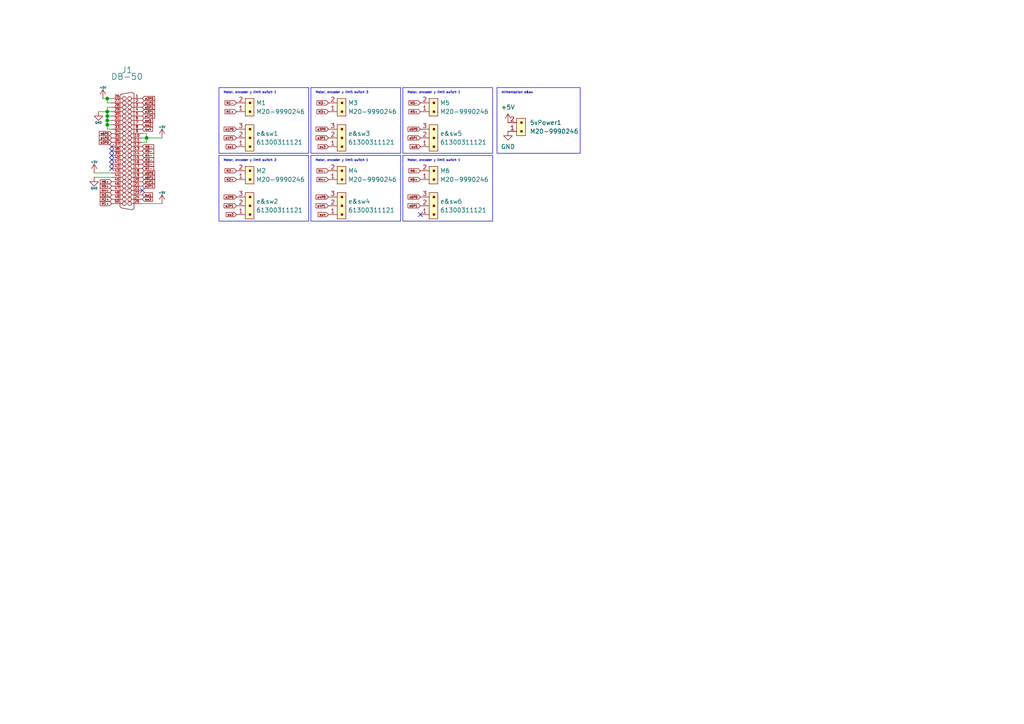
<source format=kicad_sch>
(kicad_sch (version 20230121) (generator eeschema)
  (paper "A4")
  (lib_symbols
    (symbol "dk_Rectangular-Connectors-Headers-Male-Pins:61300311121" (pin_names (offset 1.016))
      (property "Reference" "J" (at -5.08 2.54 0))
      (property "Value" "61300311121" (at 2.54 -2.54 0))
      (symbol "61300311121_1_1"
        (rectangle (start -1.27 1.27) (end 6.35 -1.27) (fill (type background)))
        (rectangle (start -0.254 0.127) (end 0.254 -0.381) (fill (type outline)))
        (rectangle (start 2.286 0.127) (end 2.794 -0.381) (fill (type outline)))
        (rectangle (start 4.826 0.127) (end 5.334 -0.381) (fill (type outline)))
        (pin passive line (at 0 3.81 270) (length 2.54) (name "~") (number "1"))
        (pin passive line (at 2.54 3.81 270) (length 2.54) (name "~") (number "2"))
        (pin passive line (at 5.08 3.81 270) (length 2.54) (name "~") (number "3"))
      )
    )
    (symbol "dk_Rectangular-Connectors-Headers-Male-Pins:M20-9990246" (pin_names (offset 1.016))
      (property "Reference" "J" (at -2.54 1.27 0))
      (property "Value" "M20-9990246" (at 1.27 -3.81 0))
      (symbol "M20-9990246_1_1"
        (rectangle (start -1.27 0) (end 3.81 -2.54) (fill (type background)))
        (rectangle (start -0.254 -1.143) (end 0.254 -1.651) (fill (type outline)))
        (rectangle (start 2.286 -1.143) (end 2.794 -1.651) (fill (type outline)))
        (pin passive line (at 0 2.54 270) (length 2.54) (name "~") (number "1"))
        (pin passive line (at 2.54 2.54 270) (length 2.54) (name "~") (number "2"))
      )
    )
    (symbol "power:+5V" (power) (pin_names (offset 0))
      (property "Value" "+5V" (at 0 3.556 0))
      (symbol "+5V_0_1"
        (polyline (pts (xy -0.762 1.27) (xy 0 2.54)))
        (polyline (pts (xy 0 0) (xy 0 2.54)))
        (polyline (pts (xy 0 2.54) (xy 0.762 1.27)))
      )
      (symbol "+5V_1_1"
        (pin power_in line (at 0 0 90) (length 0) hide (name "+5V") (number "1"))
      )
    )
    (symbol "power:GND" (power) (pin_names (offset 0))
      (property "Value" "GND" (at 0 -3.81 0))
      (symbol "GND_0_1"
        (polyline (pts (xy 0 0) (xy 0 -1.27) (xy 1.27 -1.27) (xy 0 -2.54) (xy -1.27 -1.27) (xy 0 -1.27)))
      )
      (symbol "GND_1_1"
        (pin power_in line (at 0 0 270) (length 0) hide (name "GND") (number "1"))
      )
    )
    (symbol "w_connectors:DB-50" (pin_names (offset 1.016) hide)
      (property "Reference" "J" (at 0 17.78 0))
      (property "Value" "DB-50" (at 0 -18.415 0))
      (symbol "DB-50_0_1"
        (arc (start -2.032 -16.002) (mid -1.838 -16.316) (end -1.524 -16.51))
        (arc (start -1.524 16.51) (mid -1.838 16.316) (end -2.032 16.002))
        (circle (center -0.762 -15.24) (radius 0.5588))
        (circle (center -0.762 -13.97) (radius 0.5588))
        (circle (center -0.762 -12.7) (radius 0.5588))
        (circle (center -0.762 -11.43) (radius 0.5588))
        (circle (center -0.762 -10.16) (radius 0.5588))
        (circle (center -0.762 -8.89) (radius 0.5588))
        (circle (center -0.762 -7.62) (radius 0.5588))
        (circle (center -0.762 -6.35) (radius 0.5588))
        (circle (center -0.762 -5.08) (radius 0.5588))
        (circle (center -0.762 -3.81) (radius 0.5588))
        (circle (center -0.762 -2.54) (radius 0.5588))
        (circle (center -0.762 -1.27) (radius 0.5588))
        (circle (center -0.762 0) (radius 0.5588))
        (circle (center -0.762 1.27) (radius 0.5588))
        (circle (center -0.762 2.54) (radius 0.5588))
        (circle (center -0.762 3.81) (radius 0.5588))
        (circle (center -0.762 5.08) (radius 0.5588))
        (circle (center -0.762 6.35) (radius 0.5588))
        (circle (center -0.762 7.62) (radius 0.5588))
        (circle (center -0.762 8.89) (radius 0.5588))
        (circle (center -0.762 10.16) (radius 0.5588))
        (circle (center -0.762 11.43) (radius 0.5588))
        (circle (center -0.762 12.7) (radius 0.5588))
        (circle (center -0.762 13.97) (radius 0.5588))
        (circle (center -0.762 15.24) (radius 0.5588))
        (polyline (pts (xy -2.032 16.002) (xy -2.032 -15.9766)))
        (polyline (pts (xy 2.032 -16.51) (xy 2.032 16.4846)))
        (polyline (pts (xy -1.524 -16.51) (xy 1.27 -17.018) (xy 1.27 -17.018)))
        (polyline (pts (xy -1.524 16.51) (xy 1.27 17.018) (xy 1.27 17.018)))
        (circle (center 0.762 -15.24) (radius 0.5588))
        (circle (center 0.762 -13.97) (radius 0.5588))
        (circle (center 0.762 -12.7) (radius 0.5588))
        (circle (center 0.762 -11.43) (radius 0.5588))
        (circle (center 0.762 -10.16) (radius 0.5588))
        (circle (center 0.762 -8.89) (radius 0.5588))
        (circle (center 0.762 -7.62) (radius 0.5588))
        (circle (center 0.762 -6.35) (radius 0.5588))
        (circle (center 0.762 -5.08) (radius 0.5588))
        (circle (center 0.762 -3.81) (radius 0.5588))
        (circle (center 0.762 -2.54) (radius 0.5588))
        (circle (center 0.762 -1.27) (radius 0.5588))
        (circle (center 0.762 0) (radius 0.5588))
        (circle (center 0.762 1.27) (radius 0.5588))
        (circle (center 0.762 2.54) (radius 0.5588))
        (circle (center 0.762 3.81) (radius 0.5588))
        (circle (center 0.762 5.08) (radius 0.5588))
        (circle (center 0.762 6.35) (radius 0.5588))
        (circle (center 0.762 7.62) (radius 0.5588))
        (circle (center 0.762 8.89) (radius 0.5588))
        (circle (center 0.762 10.16) (radius 0.5588))
        (circle (center 0.762 11.43) (radius 0.5588))
        (circle (center 0.762 12.7) (radius 0.5588))
        (circle (center 0.762 13.97) (radius 0.5588))
        (circle (center 0.762 15.24) (radius 0.5588))
        (arc (start 1.27 -17.018) (mid 1.7324 -16.8861) (end 2.032 -16.51))
        (arc (start 2.032 16.51) (mid 1.7324 16.8861) (end 1.27 17.018))
      )
      (symbol "DB-50_1_1"
        (pin passive line (at 4.445 15.24 180) (length 3.0988) (name "~") (number "1"))
        (pin passive line (at 4.445 3.81 180) (length 3.0988) (name "~") (number "10"))
        (pin passive line (at 4.445 2.54 180) (length 3.0988) (name "~") (number "11"))
        (pin passive line (at 4.445 1.27 180) (length 3.0988) (name "~") (number "12"))
        (pin passive line (at 4.445 0 180) (length 3.0988) (name "~") (number "13"))
        (pin passive line (at 4.445 -1.27 180) (length 3.0988) (name "~") (number "14"))
        (pin passive line (at 4.445 -2.54 180) (length 3.0988) (name "~") (number "15"))
        (pin passive line (at 4.445 -3.81 180) (length 3.0988) (name "~") (number "16"))
        (pin passive line (at 4.445 -5.08 180) (length 3.0988) (name "~") (number "17"))
        (pin passive line (at 4.445 -6.35 180) (length 3.0988) (name "~") (number "18"))
        (pin passive line (at 4.445 -7.62 180) (length 3.0988) (name "~") (number "19"))
        (pin passive line (at 4.445 13.97 180) (length 3.0988) (name "~") (number "2"))
        (pin passive line (at 4.445 -8.89 180) (length 3.0988) (name "~") (number "20"))
        (pin passive line (at 4.445 -10.16 180) (length 3.0988) (name "~") (number "21"))
        (pin passive line (at 4.445 -11.43 180) (length 3.0988) (name "~") (number "22"))
        (pin passive line (at 4.445 -12.7 180) (length 3.0988) (name "~") (number "23"))
        (pin passive line (at 4.445 -13.97 180) (length 3.0988) (name "~") (number "24"))
        (pin passive line (at 4.445 -15.24 180) (length 3.0988) (name "~") (number "25"))
        (pin passive line (at -4.445 15.24 0) (length 3.0988) (name "~") (number "26"))
        (pin passive line (at -4.445 13.97 0) (length 3.0988) (name "~") (number "27"))
        (pin passive line (at -4.445 12.7 0) (length 3.0988) (name "~") (number "28"))
        (pin passive line (at -4.445 11.43 0) (length 3.0988) (name "~") (number "29"))
        (pin passive line (at 4.445 12.7 180) (length 3.0988) (name "~") (number "3"))
        (pin passive line (at -4.445 10.16 0) (length 3.0988) (name "~") (number "30"))
        (pin passive line (at -4.445 8.89 0) (length 3.0988) (name "~") (number "31"))
        (pin passive line (at -4.445 7.62 0) (length 3.0988) (name "~") (number "32"))
        (pin passive line (at -4.445 6.35 0) (length 3.0988) (name "~") (number "33"))
        (pin passive line (at -4.445 5.08 0) (length 3.0988) (name "~") (number "34"))
        (pin passive line (at -4.445 3.81 0) (length 3.0988) (name "~") (number "35"))
        (pin passive line (at -4.445 2.54 0) (length 3.0988) (name "~") (number "36"))
        (pin passive line (at -4.445 1.27 0) (length 3.0988) (name "~") (number "37"))
        (pin passive line (at -4.445 0 0) (length 3.0988) (name "~") (number "38"))
        (pin passive line (at -4.445 -1.27 0) (length 3.0988) (name "~") (number "39"))
        (pin passive line (at 4.445 11.43 180) (length 3.0988) (name "~") (number "4"))
        (pin passive line (at -4.445 -2.54 0) (length 3.0988) (name "~") (number "40"))
        (pin passive line (at -4.445 -3.81 0) (length 3.0988) (name "~") (number "41"))
        (pin passive line (at -4.445 -5.08 0) (length 3.0988) (name "~") (number "42"))
        (pin passive line (at -4.445 -6.35 0) (length 3.0988) (name "~") (number "43"))
        (pin passive line (at -4.445 -7.62 0) (length 3.0988) (name "~") (number "44"))
        (pin passive line (at -4.445 -8.89 0) (length 3.0988) (name "~") (number "45"))
        (pin passive line (at -4.445 -10.16 0) (length 3.0988) (name "~") (number "46"))
        (pin passive line (at -4.445 -11.43 0) (length 3.0988) (name "~") (number "47"))
        (pin passive line (at -4.445 -12.7 0) (length 3.0988) (name "~") (number "48"))
        (pin passive line (at -4.445 -13.97 0) (length 3.0988) (name "~") (number "49"))
        (pin passive line (at 4.445 10.16 180) (length 3.0988) (name "~") (number "5"))
        (pin passive line (at -4.445 -15.24 0) (length 3.0988) (name "~") (number "50"))
        (pin passive line (at 4.445 8.89 180) (length 3.0988) (name "~") (number "6"))
        (pin passive line (at 4.445 7.62 180) (length 3.0988) (name "~") (number "7"))
        (pin passive line (at 4.445 6.35 180) (length 3.0988) (name "~") (number "8"))
        (pin passive line (at 4.445 5.08 180) (length 3.0988) (name "~") (number "9"))
      )
    )
  )
  (junction (at 31.115 33.655))
  (junction (at 31.115 34.925))
  (junction (at 31.115 36.195))
  (junction (at 42.545 40.005))
  (junction (at 31.115 28.575))
  (junction (at 31.115 32.385))
  (no_connect (at 32.385 45.085))
  (no_connect (at 121.92 62.23))
  (no_connect (at 32.385 46.355))
  (no_connect (at 32.385 43.815))
  (no_connect (at 32.385 42.545))
  (no_connect (at 32.385 47.625))
  (no_connect (at 41.275 55.245))
  (no_connect (at 32.385 48.895))
  (wire (pts (xy 31.115 32.385) (xy 31.115 33.655)))
  (wire (pts (xy 31.115 33.655) (xy 31.115 34.925)))
  (wire (pts (xy 31.115 32.385) (xy 28.575 32.385)))
  (wire (pts (xy 42.545 41.275) (xy 41.275 41.275)))
  (wire (pts (xy 31.115 34.925) (xy 32.385 34.925)))
  (wire (pts (xy 27.305 51.435) (xy 32.385 51.435)))
  (wire (pts (xy 31.115 32.385) (xy 32.385 32.385)))
  (wire (pts (xy 41.275 38.735) (xy 42.545 38.735)))
  (wire (pts (xy 31.115 33.655) (xy 32.385 33.655)))
  (wire (pts (xy 32.385 31.115) (xy 31.115 31.115)))
  (wire (pts (xy 31.115 36.195) (xy 32.385 36.195)))
  (wire (pts (xy 31.115 28.575) (xy 32.385 28.575)))
  (wire (pts (xy 31.115 29.845) (xy 31.115 28.575)))
  (wire (pts (xy 32.385 37.465) (xy 31.115 37.465)))
  (wire (pts (xy 41.275 59.055) (xy 46.99 59.055)))
  (wire (pts (xy 29.845 28.575) (xy 31.115 28.575)))
  (wire (pts (xy 31.115 37.465) (xy 31.115 36.195)))
  (wire (pts (xy 42.545 38.735) (xy 42.545 40.005)))
  (wire (pts (xy 31.115 34.925) (xy 31.115 36.195)))
  (wire (pts (xy 41.275 40.005) (xy 42.545 40.005)))
  (wire (pts (xy 32.385 29.845) (xy 31.115 29.845)))
  (wire (pts (xy 42.545 40.005) (xy 42.545 41.275)))
  (wire (pts (xy 27.305 50.165) (xy 32.385 50.165)))
  (wire (pts (xy 42.545 40.005) (xy 46.99 40.005)))
  (wire (pts (xy 31.115 31.115) (xy 31.115 32.385)))
  (rectangle (start 63.5 45.085) (end 89.535 64.135))
  (rectangle (start 116.84 25.4) (end 142.875 44.45))
  (rectangle (start 90.17 45.085) (end 116.205 64.135))
  (rectangle (start 90.17 25.4) (end 116.205 44.45))
  (rectangle (start 144.145 25.4) (end 168.275 44.45))
  (rectangle (start 116.84 45.085) (end 142.875 64.135))
  (rectangle (start 63.5 25.4) (end 89.535 44.45))
  (text "Alimentacion e&sw" (at 145.415 27.305 0) (effects (font (size 0.635 0.635) bold) (justify left bottom)))
  (text "Motor, encoder y limit switch 1" (at 118.11 46.99 0) (effects (font (size 0.635 0.635) (thickness 0.127) bold) (justify left bottom)))
  (text "Motor, encoder y limit switch 3\n" (at 91.44 27.305 0) (effects (font (size 0.635 0.635) (thickness 0.127) bold) (justify left bottom)))
  (text "Motor, encoder y limit switch 1" (at 118.11 27.305 0) (effects (font (size 0.635 0.635) (thickness 0.127) bold) (justify left bottom)))
  (text "Motor, encoder y limit switch 1" (at 91.44 46.99 0) (effects (font (size 0.635 0.635) (thickness 0.127) bold) (justify left bottom)))
  (text "Motor, encoder y limit switch 2\n" (at 64.77 46.99 0) (effects (font (size 0.635 0.635) (thickness 0.127) bold) (justify left bottom)))
  (text "Motor, encoder y limit switch 1" (at 64.77 27.305 0) (effects (font (size 0.635 0.635) (thickness 0.127) bold) (justify left bottom)))
  (global_label "M5-" (shape input) (at 121.92 29.845 180) (effects (font (size 0.635 0.635))) (property "Intersheetrefs" "${INTERSHEET_REFS}" (effects hide)))
  (global_label "M6+" (shape input) (at 121.92 52.07 180) (effects (font (size 0.635 0.635))) (property "Intersheetrefs" "${INTERSHEET_REFS}" (effects hide)))
  (global_label "e3P1" (shape input) (at 41.275 32.385 0) (effects (font (size 0.635 0.635))) (property "Intersheetrefs" "${INTERSHEET_REFS}" (effects hide)))
  (global_label "e5P0" (shape input) (at 41.275 50.165 0) (effects (font (size 0.635 0.635))) (property "Intersheetrefs" "${INTERSHEET_REFS}" (effects hide)))
  (global_label "M1-" (shape input) (at 68.58 29.845 180) (effects (font (size 0.635 0.635))) (property "Intersheetrefs" "${INTERSHEET_REFS}" (effects hide)))
  (global_label "e3P0" (shape input) (at 95.25 37.465 180) (effects (font (size 0.635 0.635))) (property "Intersheetrefs" "${INTERSHEET_REFS}" (effects hide)))
  (global_label "e1P1" (shape input) (at 41.275 33.655 0) (effects (font (size 0.635 0.635))) (property "Intersheetrefs" "${INTERSHEET_REFS}" (effects hide)))
  (global_label "e3P1" (shape input) (at 95.25 40.005 180) (effects (font (size 0.635 0.635))) (property "Intersheetrefs" "${INTERSHEET_REFS}" (effects hide)))
  (global_label "M3+" (shape input) (at 95.25 32.385 180) (effects (font (size 0.635 0.635))) (property "Intersheetrefs" "${INTERSHEET_REFS}" (effects hide)))
  (global_label "M5+" (shape input) (at 32.385 53.975 180) (effects (font (size 0.635 0.635))) (property "Intersheetrefs" "${INTERSHEET_REFS}" (effects hide)))
  (global_label "M4+" (shape input) (at 95.25 52.07 180) (effects (font (size 0.635 0.635))) (property "Intersheetrefs" "${INTERSHEET_REFS}" (effects hide)))
  (global_label "M5+" (shape input) (at 121.92 32.385 180) (effects (font (size 0.635 0.635))) (property "Intersheetrefs" "${INTERSHEET_REFS}" (effects hide)))
  (global_label "M6-" (shape input) (at 121.92 49.53 180) (effects (font (size 0.635 0.635))) (property "Intersheetrefs" "${INTERSHEET_REFS}" (effects hide)))
  (global_label "M2+" (shape input) (at 32.385 57.785 180) (effects (font (size 0.635 0.635))) (property "Intersheetrefs" "${INTERSHEET_REFS}" (effects hide)))
  (global_label "M6-" (shape input) (at 41.275 42.545 0) (effects (font (size 0.635 0.635))) (property "Intersheetrefs" "${INTERSHEET_REFS}" (effects hide)))
  (global_label "sw2" (shape input) (at 68.58 62.23 180) (effects (font (size 0.635 0.635))) (property "Intersheetrefs" "${INTERSHEET_REFS}" (effects hide)))
  (global_label "e2P0" (shape input) (at 68.58 57.15 180) (effects (font (size 0.635 0.635))) (property "Intersheetrefs" "${INTERSHEET_REFS}" (effects hide)))
  (global_label "M3-" (shape input) (at 95.25 29.845 180) (effects (font (size 0.635 0.635))) (property "Intersheetrefs" "${INTERSHEET_REFS}" (effects hide)))
  (global_label "e5P1" (shape input) (at 121.92 40.005 180) (effects (font (size 0.635 0.635))) (property "Intersheetrefs" "${INTERSHEET_REFS}" (effects hide)))
  (global_label "M4-" (shape input) (at 41.275 45.085 0) (effects (font (size 0.635 0.635))) (property "Intersheetrefs" "${INTERSHEET_REFS}" (effects hide)))
  (global_label "e2P1" (shape input) (at 68.58 59.69 180) (effects (font (size 0.635 0.635))) (property "Intersheetrefs" "${INTERSHEET_REFS}" (effects hide)))
  (global_label "M1+" (shape input) (at 68.58 32.385 180) (effects (font (size 0.635 0.635))) (property "Intersheetrefs" "${INTERSHEET_REFS}" (effects hide)))
  (global_label "e2P0" (shape input) (at 41.275 28.575 0) (effects (font (size 0.635 0.635))) (property "Intersheetrefs" "${INTERSHEET_REFS}" (effects hide)))
  (global_label "sw5" (shape input) (at 41.275 34.925 0) (effects (font (size 0.635 0.635))) (property "Intersheetrefs" "${INTERSHEET_REFS}" (effects hide)))
  (global_label "sw1" (shape input) (at 68.58 42.545 180) (effects (font (size 0.635 0.635))) (property "Intersheetrefs" "${INTERSHEET_REFS}" (effects hide)))
  (global_label "sw4" (shape input) (at 95.25 62.23 180) (effects (font (size 0.635 0.635))) (property "Intersheetrefs" "${INTERSHEET_REFS}" (effects hide)))
  (global_label "M6+" (shape input) (at 32.385 52.705 180) (effects (font (size 0.635 0.635))) (property "Intersheetrefs" "${INTERSHEET_REFS}" (effects hide)))
  (global_label "e6P1" (shape input) (at 121.92 59.69 180) (effects (font (size 0.635 0.635))) (property "Intersheetrefs" "${INTERSHEET_REFS}" (effects hide)))
  (global_label "sw3" (shape input) (at 95.25 42.545 180) (effects (font (size 0.635 0.635))) (property "Intersheetrefs" "${INTERSHEET_REFS}" (effects hide)))
  (global_label "sw2" (shape input) (at 41.275 36.195 0) (effects (font (size 0.635 0.635))) (property "Intersheetrefs" "${INTERSHEET_REFS}" (effects hide)))
  (global_label "M2-" (shape input) (at 68.58 49.53 180) (effects (font (size 0.635 0.635))) (property "Intersheetrefs" "${INTERSHEET_REFS}" (effects hide)))
  (global_label "e1P0" (shape input) (at 41.275 29.845 0) (effects (font (size 0.635 0.635))) (property "Intersheetrefs" "${INTERSHEET_REFS}" (effects hide)))
  (global_label "e3P0" (shape input) (at 32.385 41.275 180) (effects (font (size 0.635 0.635))) (property "Intersheetrefs" "${INTERSHEET_REFS}" (effects hide)))
  (global_label "sw3" (shape input) (at 41.275 57.785 0) (effects (font (size 0.635 0.635))) (property "Intersheetrefs" "${INTERSHEET_REFS}" (effects hide)))
  (global_label "M4-" (shape input) (at 95.25 49.53 180) (effects (font (size 0.635 0.635))) (property "Intersheetrefs" "${INTERSHEET_REFS}" (effects hide)))
  (global_label "M1-" (shape input) (at 41.275 48.895 0) (effects (font (size 0.635 0.635))) (property "Intersheetrefs" "${INTERSHEET_REFS}" (effects hide)))
  (global_label "e6P0" (shape input) (at 32.385 38.735 180) (effects (font (size 0.635 0.635))) (property "Intersheetrefs" "${INTERSHEET_REFS}" (effects hide)))
  (global_label "e5P1" (shape input) (at 41.275 31.115 0) (effects (font (size 0.635 0.635))) (property "Intersheetrefs" "${INTERSHEET_REFS}" (effects hide)))
  (global_label "e1P0" (shape input) (at 68.58 37.465 180) (effects (font (size 0.635 0.635))) (property "Intersheetrefs" "${INTERSHEET_REFS}" (effects hide)))
  (global_label "e4P1" (shape input) (at 41.275 52.705 0) (effects (font (size 0.635 0.635))) (property "Intersheetrefs" "${INTERSHEET_REFS}" (effects hide)))
  (global_label "M3-" (shape input) (at 41.275 46.355 0) (effects (font (size 0.635 0.635))) (property "Intersheetrefs" "${INTERSHEET_REFS}" (effects hide)))
  (global_label "sw4" (shape input) (at 41.275 37.465 0) (effects (font (size 0.635 0.635))) (property "Intersheetrefs" "${INTERSHEET_REFS}" (effects hide)))
  (global_label "M5-" (shape input) (at 41.275 43.815 0) (effects (font (size 0.635 0.635))) (property "Intersheetrefs" "${INTERSHEET_REFS}" (effects hide)))
  (global_label "M2-" (shape input) (at 41.275 47.625 0) (effects (font (size 0.635 0.635))) (property "Intersheetrefs" "${INTERSHEET_REFS}" (effects hide)))
  (global_label "e5P0" (shape input) (at 121.92 37.465 180) (effects (font (size 0.635 0.635))) (property "Intersheetrefs" "${INTERSHEET_REFS}" (effects hide)))
  (global_label "sw5" (shape input) (at 121.92 42.545 180) (effects (font (size 0.635 0.635))) (property "Intersheetrefs" "${INTERSHEET_REFS}" (effects hide)))
  (global_label "e4P0" (shape input) (at 32.385 40.005 180) (effects (font (size 0.635 0.635))) (property "Intersheetrefs" "${INTERSHEET_REFS}" (effects hide)))
  (global_label "M4+" (shape input) (at 32.385 55.245 180) (effects (font (size 0.635 0.635))) (property "Intersheetrefs" "${INTERSHEET_REFS}" (effects hide)))
  (global_label "sw1" (shape input) (at 41.275 56.515 0) (effects (font (size 0.635 0.635))) (property "Intersheetrefs" "${INTERSHEET_REFS}" (effects hide)))
  (global_label "e1P1" (shape input) (at 68.58 40.005 180) (effects (font (size 0.635 0.635))) (property "Intersheetrefs" "${INTERSHEET_REFS}" (effects hide)))
  (global_label "e2P1" (shape input) (at 41.275 53.975 0) (effects (font (size 0.635 0.635))) (property "Intersheetrefs" "${INTERSHEET_REFS}" (effects hide)))
  (global_label "e6P0" (shape input) (at 121.92 57.15 180) (effects (font (size 0.635 0.635))) (property "Intersheetrefs" "${INTERSHEET_REFS}" (effects hide)))
  (global_label "M1+" (shape input) (at 32.385 59.055 180) (effects (font (size 0.635 0.635))) (property "Intersheetrefs" "${INTERSHEET_REFS}" (effects hide)))
  (global_label "M3+" (shape input) (at 32.385 56.515 180) (effects (font (size 0.635 0.635))) (property "Intersheetrefs" "${INTERSHEET_REFS}" (effects hide)))
  (global_label "M2+" (shape input) (at 68.58 52.07 180) (effects (font (size 0.635 0.635))) (property "Intersheetrefs" "${INTERSHEET_REFS}" (effects hide)))
  (global_label "e4P1" (shape input) (at 95.25 59.69 180) (effects (font (size 0.635 0.635))) (property "Intersheetrefs" "${INTERSHEET_REFS}" (effects hide)))
  (global_label "e6P1" (shape input) (at 41.275 51.435 0) (effects (font (size 0.635 0.635))) (property "Intersheetrefs" "${INTERSHEET_REFS}" (effects hide)))
  (global_label "e4P0" (shape input) (at 95.25 57.15 180) (effects (font (size 0.635 0.635))) (property "Intersheetrefs" "${INTERSHEET_REFS}" (effects hide)))
  (symbol (lib_id "dk_Rectangular-Connectors-Headers-Male-Pins:61300311121") (at 72.39 42.545 90) (unit 1)
    (property "Reference" "e&sw1" (at 74.295 38.735 90) (effects (justify right)))
    (property "Value" "61300311121" (at 74.295 41.275 90) (effects (justify right)))
    (property "Footprint" "Connector_PinSocket_2.54mm:PinSocket_1x03_P2.54mm_Vertical" (effects hide))
    (property "Datasheet" "https://katalog.we-online.de/em/datasheet/6130xx11121.pdf" (effects hide))
    (property "Digi-Key_PN" "732-5316-ND" (effects hide))
    (property "MPN" "61300311121" (effects hide))
    (property "Category" "Connectors, Interconnects" (effects hide))
    (property "Family" "Rectangular Connectors - Headers, Male Pins" (effects hide))
    (property "DK_Datasheet_Link" "https://katalog.we-online.de/em/datasheet/6130xx11121.pdf" (effects hide))
    (property "DK_Detail_Page" "/product-detail/en/wurth-electronics-inc/61300311121/732-5316-ND/4846825" (effects hide))
    (property "Description" "CONN HEADER VERT 3POS 2.54MM" (effects hide))
    (property "Manufacturer" "Wurth Electronics Inc." (effects hide))
    (property "Status" "Active" (effects hide))
  )
  (symbol (lib_id "power:+5V") (at 29.845 28.575 0) (unit 1)
    (property "Reference" "#PWR03" (effects hide))
    (property "Value" "+5V" (at 29.845 25.4 0) (effects (font (size 0.635 0.635))))
  )
  (symbol (lib_id "power:GND") (at 28.575 32.385 0) (unit 1)
    (property "Reference" "#PWR02" (effects hide))
    (property "Value" "GND" (at 28.575 35.56 0) (effects (font (size 0.635 0.635))))
  )
  (symbol (lib_id "dk_Rectangular-Connectors-Headers-Male-Pins:M20-9990246") (at 71.12 52.07 90) (unit 1)
    (property "Reference" "M2" (at 74.295 49.53 90) (effects (justify right)))
    (property "Value" "M20-9990246" (at 74.295 52.07 90) (effects (justify right)))
    (property "Footprint" "Connector_PinSocket_2.54mm:PinSocket_1x02_P2.54mm_Vertical" (effects hide))
    (property "Datasheet" "https://cdn.harwin.com/pdfs/M20-999.pdf" (effects hide))
    (property "Digi-Key_PN" "952-2262-ND" (effects hide))
    (property "MPN" "M20-9990246" (effects hide))
    (property "Category" "Connectors, Interconnects" (effects hide))
    (property "Family" "Rectangular Connectors - Headers, Male Pins" (effects hide))
    (property "DK_Datasheet_Link" "https://cdn.harwin.com/pdfs/M20-999.pdf" (effects hide))
    (property "DK_Detail_Page" "/product-detail/en/harwin-inc/M20-9990246/952-2262-ND/3728226" (effects hide))
    (property "Description" "CONN HEADER VERT 2POS 2.54MM" (effects hide))
    (property "Manufacturer" "Harwin Inc." (effects hide))
    (property "Status" "Active" (effects hide))
  )
  (symbol (lib_id "dk_Rectangular-Connectors-Headers-Male-Pins:M20-9990246") (at 124.46 32.385 90) (unit 1)
    (property "Reference" "M5" (at 127.635 29.845 90) (effects (justify right)))
    (property "Value" "M20-9990246" (at 127.635 32.385 90) (effects (justify right)))
    (property "Footprint" "Connector_PinSocket_2.54mm:PinSocket_1x02_P2.54mm_Vertical" (effects hide))
    (property "Datasheet" "https://cdn.harwin.com/pdfs/M20-999.pdf" (effects hide))
    (property "Digi-Key_PN" "952-2262-ND" (effects hide))
    (property "MPN" "M20-9990246" (effects hide))
    (property "Category" "Connectors, Interconnects" (effects hide))
    (property "Family" "Rectangular Connectors - Headers, Male Pins" (effects hide))
    (property "DK_Datasheet_Link" "https://cdn.harwin.com/pdfs/M20-999.pdf" (effects hide))
    (property "DK_Detail_Page" "/product-detail/en/harwin-inc/M20-9990246/952-2262-ND/3728226" (effects hide))
    (property "Description" "CONN HEADER VERT 2POS 2.54MM" (effects hide))
    (property "Manufacturer" "Harwin Inc." (effects hide))
    (property "Status" "Active" (effects hide))
  )
  (symbol (lib_id "power:+5V") (at 27.305 50.165 0) (unit 1)
    (property "Reference" "#PWR07" (effects hide))
    (property "Value" "+5V" (at 27.305 46.99 0) (effects (font (size 0.635 0.635))))
  )
  (symbol (lib_id "dk_Rectangular-Connectors-Headers-Male-Pins:61300311121") (at 125.73 42.545 90) (unit 1)
    (property "Reference" "e&sw5" (at 127.635 38.735 90) (effects (justify right)))
    (property "Value" "61300311121" (at 127.635 41.275 90) (effects (justify right)))
    (property "Footprint" "Connector_PinSocket_2.54mm:PinSocket_1x03_P2.54mm_Vertical" (effects hide))
    (property "Datasheet" "https://katalog.we-online.de/em/datasheet/6130xx11121.pdf" (effects hide))
    (property "Digi-Key_PN" "732-5316-ND" (effects hide))
    (property "MPN" "61300311121" (effects hide))
    (property "Category" "Connectors, Interconnects" (effects hide))
    (property "Family" "Rectangular Connectors - Headers, Male Pins" (effects hide))
    (property "DK_Datasheet_Link" "https://katalog.we-online.de/em/datasheet/6130xx11121.pdf" (effects hide))
    (property "DK_Detail_Page" "/product-detail/en/wurth-electronics-inc/61300311121/732-5316-ND/4846825" (effects hide))
    (property "Description" "CONN HEADER VERT 3POS 2.54MM" (effects hide))
    (property "Manufacturer" "Wurth Electronics Inc." (effects hide))
    (property "Status" "Active" (effects hide))
  )
  (symbol (lib_id "power:+5V") (at 46.99 40.005 0) (unit 1)
    (property "Reference" "#PWR01" (effects hide))
    (property "Value" "+5V" (at 46.99 36.83 0) (effects (font (size 0.635 0.635))))
  )
  (symbol (lib_id "dk_Rectangular-Connectors-Headers-Male-Pins:61300311121") (at 99.06 42.545 90) (unit 1)
    (property "Reference" "e&sw3" (at 100.965 38.735 90) (effects (justify right)))
    (property "Value" "61300311121" (at 100.965 41.275 90) (effects (justify right)))
    (property "Footprint" "Connector_PinSocket_2.54mm:PinSocket_1x03_P2.54mm_Vertical" (effects hide))
    (property "Datasheet" "https://katalog.we-online.de/em/datasheet/6130xx11121.pdf" (effects hide))
    (property "Digi-Key_PN" "732-5316-ND" (effects hide))
    (property "MPN" "61300311121" (effects hide))
    (property "Category" "Connectors, Interconnects" (effects hide))
    (property "Family" "Rectangular Connectors - Headers, Male Pins" (effects hide))
    (property "DK_Datasheet_Link" "https://katalog.we-online.de/em/datasheet/6130xx11121.pdf" (effects hide))
    (property "DK_Detail_Page" "/product-detail/en/wurth-electronics-inc/61300311121/732-5316-ND/4846825" (effects hide))
    (property "Description" "CONN HEADER VERT 3POS 2.54MM" (effects hide))
    (property "Manufacturer" "Wurth Electronics Inc." (effects hide))
    (property "Status" "Active" (effects hide))
  )
  (symbol (lib_id "dk_Rectangular-Connectors-Headers-Male-Pins:M20-9990246") (at 124.46 52.07 90) (unit 1)
    (property "Reference" "M6" (at 127.635 49.53 90) (effects (justify right)))
    (property "Value" "M20-9990246" (at 127.635 52.07 90) (effects (justify right)))
    (property "Footprint" "Connector_PinSocket_2.54mm:PinSocket_1x02_P2.54mm_Vertical" (effects hide))
    (property "Datasheet" "https://cdn.harwin.com/pdfs/M20-999.pdf" (effects hide))
    (property "Digi-Key_PN" "952-2262-ND" (effects hide))
    (property "MPN" "M20-9990246" (effects hide))
    (property "Category" "Connectors, Interconnects" (effects hide))
    (property "Family" "Rectangular Connectors - Headers, Male Pins" (effects hide))
    (property "DK_Datasheet_Link" "https://cdn.harwin.com/pdfs/M20-999.pdf" (effects hide))
    (property "DK_Detail_Page" "/product-detail/en/harwin-inc/M20-9990246/952-2262-ND/3728226" (effects hide))
    (property "Description" "CONN HEADER VERT 2POS 2.54MM" (effects hide))
    (property "Manufacturer" "Harwin Inc." (effects hide))
    (property "Status" "Active" (effects hide))
  )
  (symbol (lib_id "dk_Rectangular-Connectors-Headers-Male-Pins:61300311121") (at 72.39 62.23 90) (unit 1)
    (property "Reference" "e&sw2" (at 74.295 58.42 90) (effects (justify right)))
    (property "Value" "61300311121" (at 74.295 60.96 90) (effects (justify right)))
    (property "Footprint" "Connector_PinSocket_2.54mm:PinSocket_1x03_P2.54mm_Vertical" (effects hide))
    (property "Datasheet" "https://katalog.we-online.de/em/datasheet/6130xx11121.pdf" (effects hide))
    (property "Digi-Key_PN" "732-5316-ND" (effects hide))
    (property "MPN" "61300311121" (effects hide))
    (property "Category" "Connectors, Interconnects" (effects hide))
    (property "Family" "Rectangular Connectors - Headers, Male Pins" (effects hide))
    (property "DK_Datasheet_Link" "https://katalog.we-online.de/em/datasheet/6130xx11121.pdf" (effects hide))
    (property "DK_Detail_Page" "/product-detail/en/wurth-electronics-inc/61300311121/732-5316-ND/4846825" (effects hide))
    (property "Description" "CONN HEADER VERT 3POS 2.54MM" (effects hide))
    (property "Manufacturer" "Wurth Electronics Inc." (effects hide))
    (property "Status" "Active" (effects hide))
  )
  (symbol (lib_id "dk_Rectangular-Connectors-Headers-Male-Pins:M20-9990246") (at 97.79 52.07 90) (unit 1)
    (property "Reference" "M4" (at 100.965 49.53 90) (effects (justify right)))
    (property "Value" "M20-9990246" (at 100.965 52.07 90) (effects (justify right)))
    (property "Footprint" "Connector_PinSocket_2.54mm:PinSocket_1x02_P2.54mm_Vertical" (effects hide))
    (property "Datasheet" "https://cdn.harwin.com/pdfs/M20-999.pdf" (effects hide))
    (property "Digi-Key_PN" "952-2262-ND" (effects hide))
    (property "MPN" "M20-9990246" (effects hide))
    (property "Category" "Connectors, Interconnects" (effects hide))
    (property "Family" "Rectangular Connectors - Headers, Male Pins" (effects hide))
    (property "DK_Datasheet_Link" "https://cdn.harwin.com/pdfs/M20-999.pdf" (effects hide))
    (property "DK_Detail_Page" "/product-detail/en/harwin-inc/M20-9990246/952-2262-ND/3728226" (effects hide))
    (property "Description" "CONN HEADER VERT 2POS 2.54MM" (effects hide))
    (property "Manufacturer" "Harwin Inc." (effects hide))
    (property "Status" "Active" (effects hide))
  )
  (symbol (lib_id "power:+5V") (at 46.99 59.055 0) (unit 1)
    (property "Reference" "#PWR04" (effects hide))
    (property "Value" "+5V" (at 46.99 55.88 0) (effects (font (size 0.635 0.635))))
  )
  (symbol (lib_id "power:GND") (at 27.305 51.435 0) (unit 1)
    (property "Reference" "#PWR08" (effects hide))
    (property "Value" "GND" (at 27.305 54.61 0) (effects (font (size 0.635 0.635))))
  )
  (symbol (lib_id "dk_Rectangular-Connectors-Headers-Male-Pins:61300311121") (at 99.06 62.23 90) (unit 1)
    (property "Reference" "e&sw4" (at 100.965 58.42 90) (effects (justify right)))
    (property "Value" "61300311121" (at 100.965 60.96 90) (effects (justify right)))
    (property "Footprint" "Connector_PinSocket_2.54mm:PinSocket_1x03_P2.54mm_Vertical" (effects hide))
    (property "Datasheet" "https://katalog.we-online.de/em/datasheet/6130xx11121.pdf" (effects hide))
    (property "Digi-Key_PN" "732-5316-ND" (effects hide))
    (property "MPN" "61300311121" (effects hide))
    (property "Category" "Connectors, Interconnects" (effects hide))
    (property "Family" "Rectangular Connectors - Headers, Male Pins" (effects hide))
    (property "DK_Datasheet_Link" "https://katalog.we-online.de/em/datasheet/6130xx11121.pdf" (effects hide))
    (property "DK_Detail_Page" "/product-detail/en/wurth-electronics-inc/61300311121/732-5316-ND/4846825" (effects hide))
    (property "Description" "CONN HEADER VERT 3POS 2.54MM" (effects hide))
    (property "Manufacturer" "Wurth Electronics Inc." (effects hide))
    (property "Status" "Active" (effects hide))
  )
  (symbol (lib_id "dk_Rectangular-Connectors-Headers-Male-Pins:M20-9990246") (at 97.79 32.385 90) (unit 1)
    (property "Reference" "M3" (at 100.965 29.845 90) (effects (justify right)))
    (property "Value" "M20-9990246" (at 100.965 32.385 90) (effects (justify right)))
    (property "Footprint" "Connector_PinSocket_2.54mm:PinSocket_1x02_P2.54mm_Vertical" (effects hide))
    (property "Datasheet" "https://cdn.harwin.com/pdfs/M20-999.pdf" (effects hide))
    (property "Digi-Key_PN" "952-2262-ND" (effects hide))
    (property "MPN" "M20-9990246" (effects hide))
    (property "Category" "Connectors, Interconnects" (effects hide))
    (property "Family" "Rectangular Connectors - Headers, Male Pins" (effects hide))
    (property "DK_Datasheet_Link" "https://cdn.harwin.com/pdfs/M20-999.pdf" (effects hide))
    (property "DK_Detail_Page" "/product-detail/en/harwin-inc/M20-9990246/952-2262-ND/3728226" (effects hide))
    (property "Description" "CONN HEADER VERT 2POS 2.54MM" (effects hide))
    (property "Manufacturer" "Harwin Inc." (effects hide))
    (property "Status" "Active" (effects hide))
  )
  (symbol (lib_id "dk_Rectangular-Connectors-Headers-Male-Pins:M20-9990246") (at 149.86 38.1 90) (unit 1)
    (property "Reference" "5vPower1" (at 153.67 35.56 90) (effects (justify right)))
    (property "Value" "M20-9990246" (at 153.67 38.1 90) (effects (justify right)))
    (property "Footprint" "Connector_PinSocket_2.54mm:PinSocket_1x02_P2.54mm_Vertical" (effects hide))
    (property "Datasheet" "https://cdn.harwin.com/pdfs/M20-999.pdf" (effects hide))
    (property "Digi-Key_PN" "952-2262-ND" (effects hide))
    (property "MPN" "M20-9990246" (effects hide))
    (property "Category" "Connectors, Interconnects" (effects hide))
    (property "Family" "Rectangular Connectors - Headers, Male Pins" (effects hide))
    (property "DK_Datasheet_Link" "https://cdn.harwin.com/pdfs/M20-999.pdf" (effects hide))
    (property "DK_Detail_Page" "/product-detail/en/harwin-inc/M20-9990246/952-2262-ND/3728226" (effects hide))
    (property "Description" "CONN HEADER VERT 2POS 2.54MM" (effects hide))
    (property "Manufacturer" "Harwin Inc." (effects hide))
    (property "Status" "Active" (effects hide))
  )
  (symbol (lib_id "power:+5V") (at 147.32 35.56 0) (unit 1)
    (property "Reference" "#PWR05" (effects hide))
    (property "Value" "+5V" (at 147.32 31.115 0))
  )
  (symbol (lib_id "power:GND") (at 147.32 38.1 0) (unit 1)
    (property "Reference" "#PWR06" (effects hide))
    (property "Value" "GND" (at 147.32 42.545 0))
  )
  (symbol (lib_id "dk_Rectangular-Connectors-Headers-Male-Pins:61300311121") (at 125.73 62.23 90) (unit 1)
    (property "Reference" "e&sw6" (at 127.635 58.42 90) (effects (justify right)))
    (property "Value" "61300311121" (at 127.635 60.96 90) (effects (justify right)))
    (property "Footprint" "Connector_PinSocket_2.54mm:PinSocket_1x03_P2.54mm_Vertical" (effects hide))
    (property "Datasheet" "https://katalog.we-online.de/em/datasheet/6130xx11121.pdf" (effects hide))
    (property "Digi-Key_PN" "732-5316-ND" (effects hide))
    (property "MPN" "61300311121" (effects hide))
    (property "Category" "Connectors, Interconnects" (effects hide))
    (property "Family" "Rectangular Connectors - Headers, Male Pins" (effects hide))
    (property "DK_Datasheet_Link" "https://katalog.we-online.de/em/datasheet/6130xx11121.pdf" (effects hide))
    (property "DK_Detail_Page" "/product-detail/en/wurth-electronics-inc/61300311121/732-5316-ND/4846825" (effects hide))
    (property "Description" "CONN HEADER VERT 3POS 2.54MM" (effects hide))
    (property "Manufacturer" "Wurth Electronics Inc." (effects hide))
    (property "Status" "Active" (effects hide))
  )
  (symbol (lib_id "dk_Rectangular-Connectors-Headers-Male-Pins:M20-9990246") (at 71.12 32.385 90) (unit 1)
    (property "Reference" "M1" (at 74.295 29.845 90) (effects (justify right)))
    (property "Value" "M20-9990246" (at 74.295 32.385 90) (effects (justify right)))
    (property "Footprint" "Connector_PinSocket_2.54mm:PinSocket_1x02_P2.54mm_Vertical" (effects hide))
    (property "Datasheet" "https://cdn.harwin.com/pdfs/M20-999.pdf" (effects hide))
    (property "Digi-Key_PN" "952-2262-ND" (effects hide))
    (property "MPN" "M20-9990246" (effects hide))
    (property "Category" "Connectors, Interconnects" (effects hide))
    (property "Family" "Rectangular Connectors - Headers, Male Pins" (effects hide))
    (property "DK_Datasheet_Link" "https://cdn.harwin.com/pdfs/M20-999.pdf" (effects hide))
    (property "DK_Detail_Page" "/product-detail/en/harwin-inc/M20-9990246/952-2262-ND/3728226" (effects hide))
    (property "Description" "CONN HEADER VERT 2POS 2.54MM" (effects hide))
    (property "Manufacturer" "Harwin Inc." (effects hide))
    (property "Status" "Active" (effects hide))
  )
  (symbol (lib_id "w_connectors:DB-50") (at 36.83 43.815 0) (unit 1)
    (property "Reference" "J1" (at 36.83 20.32 0) (effects (font (size 1.778 1.778))))
    (property "Value" "DB-50" (at 36.83 22.225 0) (effects (font (size 1.778 1.778))))
    (property "Footprint" "SnapEDA:AMPHENOL_DD50S564TLF" (effects hide))
  )
)
</source>
